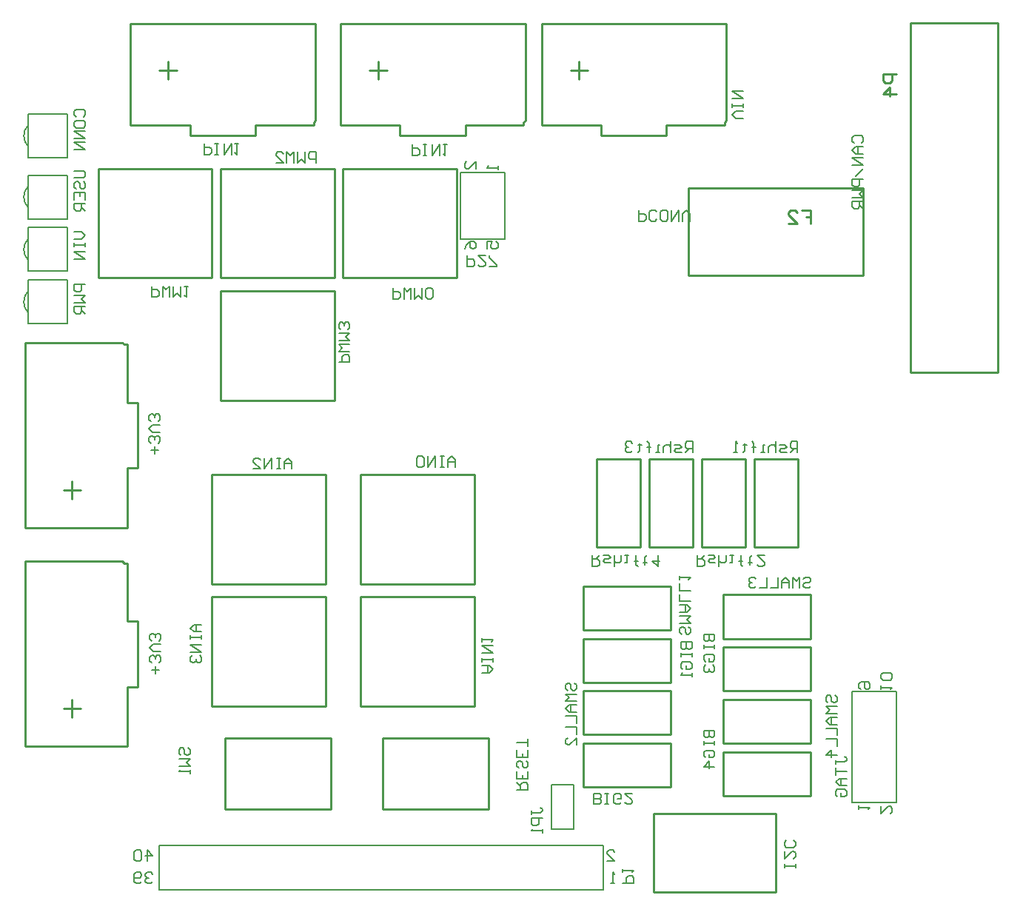
<source format=gbo>
G04 Layer_Color=32896*
%FSLAX25Y25*%
%MOIN*%
G70*
G01*
G75*
%ADD31C,0.00787*%
%ADD32C,0.01000*%
%ADD61C,0.00800*%
%ADD62C,0.00591*%
%ADD98C,0.00500*%
D31*
X314843Y394291D02*
Y413458D01*
Y394291D02*
Y424291D01*
X294843Y394291D02*
Y424291D01*
X314843D01*
X294843Y394291D02*
X314843D01*
X471378Y190669D02*
X491378D01*
X471378Y140669D02*
X491378D01*
Y190669D01*
X471378Y140669D02*
Y190669D01*
X159331Y101299D02*
Y121299D01*
X359331Y101299D02*
Y121299D01*
X159331D02*
X359331D01*
X159331Y101299D02*
X359331D01*
X345945Y128858D02*
Y148858D01*
X335945Y128858D02*
X345945D01*
X335945D02*
Y148858D01*
X345945D01*
D32*
X497638Y491732D02*
X537008D01*
X497638Y334252D02*
X537008D01*
Y412992D01*
Y491732D01*
X497638Y412992D02*
Y491732D01*
Y334252D02*
Y412992D01*
X331512Y445669D02*
X336221D01*
X344488Y470472D02*
X352362D01*
X348425Y466535D02*
Y474409D01*
X336221Y445669D02*
X358268D01*
Y440945D02*
Y445669D01*
Y440945D02*
X387756D01*
Y445630D01*
X407441D01*
X413346D01*
X387756D02*
X413878D01*
Y446949D01*
X331512Y445630D02*
Y491437D01*
X414697D01*
Y447768D02*
Y491437D01*
X413878Y446949D02*
X414697Y447768D01*
X240961Y445669D02*
X245669D01*
X253937Y470472D02*
X261811D01*
X257874Y466535D02*
Y474409D01*
X245669Y445669D02*
X267717D01*
Y440945D02*
Y445669D01*
Y440945D02*
X297205D01*
Y445630D01*
X316890D01*
X322795D01*
X297205D02*
X323327D01*
Y446949D01*
X240961Y445630D02*
Y491437D01*
X324146D01*
Y447768D02*
Y491437D01*
X323327Y446949D02*
X324146Y447768D01*
X144882Y166157D02*
Y170866D01*
X120079Y179134D02*
Y187008D01*
X116142Y183071D02*
X124016D01*
X144882Y170866D02*
Y192913D01*
X149606D01*
Y222402D01*
X144921D02*
X149606D01*
X144921D02*
Y242087D01*
Y247992D01*
Y222402D02*
Y248524D01*
X143602D02*
X144921D01*
X99114Y166157D02*
X144921D01*
X99114D02*
Y249342D01*
X142783D01*
X143602Y248524D01*
X146472Y445669D02*
X151181D01*
X159449Y470472D02*
X167323D01*
X163386Y466535D02*
Y474409D01*
X151181Y445669D02*
X173228D01*
Y440945D02*
Y445669D01*
Y440945D02*
X202716D01*
Y445630D01*
X222402D01*
X228307D01*
X202716D02*
X228839D01*
Y446949D01*
X146472Y445630D02*
Y491437D01*
X229658D01*
Y447768D02*
Y491437D01*
X228839Y446949D02*
X229658Y447768D01*
X144882Y264583D02*
Y269291D01*
X120079Y277559D02*
Y285433D01*
X116142Y281496D02*
X124016D01*
X144882Y269291D02*
Y291339D01*
X149606D01*
Y320827D01*
X144921D02*
X149606D01*
X144921D02*
Y340512D01*
Y346417D01*
Y320827D02*
Y346949D01*
X143602D02*
X144921D01*
X99114Y264583D02*
X144921D01*
X99114D02*
Y347768D01*
X142783D01*
X143602Y346949D01*
X375984Y275590D02*
Y295276D01*
Y255906D02*
Y275590D01*
X356299Y255906D02*
Y275590D01*
Y295276D01*
Y255906D02*
X375984D01*
X356299Y295276D02*
X375984D01*
X379921D02*
X399606D01*
X379921Y255906D02*
X399606D01*
X379921Y275590D02*
Y295276D01*
Y255906D02*
Y275590D01*
X399606Y255906D02*
Y275590D01*
Y295276D01*
X423228Y275590D02*
Y295276D01*
Y255906D02*
Y275590D01*
X403543Y255906D02*
Y275590D01*
Y295276D01*
Y255906D02*
X423228D01*
X403543Y295276D02*
X423228D01*
X427165D02*
X446850D01*
X427165Y255906D02*
X446850D01*
X427165Y275590D02*
Y295276D01*
Y255906D02*
Y275590D01*
X446850Y255906D02*
Y275590D01*
Y295276D01*
X413386Y163386D02*
X433071D01*
X452756D01*
X433071Y143701D02*
X452756D01*
X413386D02*
X433071D01*
X452756D02*
Y163386D01*
X413386Y143701D02*
Y163386D01*
Y167323D02*
Y187008D01*
X452756Y167323D02*
Y187008D01*
X413386Y167323D02*
X433071D01*
X452756D01*
X433071Y187008D02*
X452756D01*
X413386D02*
X433071D01*
X413386Y210630D02*
X433071D01*
X452756D01*
X433071Y190945D02*
X452756D01*
X413386D02*
X433071D01*
X452756D02*
Y210630D01*
X413386Y190945D02*
Y210630D01*
Y214567D02*
Y234252D01*
X452756Y214567D02*
Y234252D01*
X413386Y214567D02*
X433071D01*
X452756D01*
X433071Y234252D02*
X452756D01*
X413386D02*
X433071D01*
X350394Y167323D02*
X370079D01*
X389764D01*
X370079Y147638D02*
X389764D01*
X350394D02*
X370079D01*
X389764D02*
Y167323D01*
X350394Y147638D02*
Y167323D01*
Y171260D02*
Y190945D01*
X389764Y171260D02*
Y190945D01*
X350394Y171260D02*
X370079D01*
X389764D01*
X370079Y190945D02*
X389764D01*
X350394D02*
X370079D01*
X350394Y214567D02*
X370079D01*
X389764D01*
X370079Y194882D02*
X389764D01*
X350394D02*
X370079D01*
X389764D02*
Y214567D01*
X350394Y194882D02*
Y214567D01*
Y218504D02*
Y238189D01*
X389764Y218504D02*
Y238189D01*
X350394Y218504D02*
X370079D01*
X389764D01*
X370079Y238189D02*
X389764D01*
X350394D02*
X370079D01*
X187008Y371063D02*
X238189D01*
Y321850D02*
Y371063D01*
X187008Y321850D02*
X238189D01*
X187008D02*
Y371063D01*
X187008Y376969D02*
Y426181D01*
Y376969D02*
X238189D01*
Y426181D01*
X187008D02*
X238189D01*
X131890D02*
X183071D01*
Y376969D02*
Y426181D01*
X131890Y376969D02*
X183071D01*
X131890D02*
Y426181D01*
X242126Y376969D02*
Y426181D01*
Y376969D02*
X293307D01*
Y426181D01*
X242126D02*
X293307D01*
X183071Y233268D02*
X234252D01*
Y184055D02*
Y233268D01*
X183071Y184055D02*
X234252D01*
X183071D02*
Y233268D01*
Y239173D02*
Y288386D01*
Y239173D02*
X234252D01*
Y288386D01*
X183071D02*
X234252D01*
X250000Y233268D02*
X301181D01*
Y184055D02*
Y233268D01*
X250000Y184055D02*
X301181D01*
X250000D02*
Y233268D01*
Y239173D02*
Y288386D01*
Y239173D02*
X301181D01*
Y288386D01*
X250000D02*
X301181D01*
X381890Y135827D02*
X437008D01*
X381890Y100394D02*
Y135827D01*
Y100394D02*
X437008D01*
Y135827D01*
X259842Y137795D02*
X307480D01*
X259842D02*
Y169685D01*
X307480D01*
Y137795D02*
Y169685D01*
X236614Y137795D02*
Y169685D01*
X188976D02*
X236614D01*
X188976Y137795D02*
Y169685D01*
Y137795D02*
X236614D01*
X476378Y377953D02*
Y417323D01*
X397638D02*
X476378D01*
X397638Y377953D02*
X476378D01*
X397638D02*
Y417323D01*
X448757Y407573D02*
X452756D01*
Y404574D01*
X450757D01*
X452756D01*
Y401575D01*
X442759D02*
X446758D01*
X442759Y405574D01*
Y406573D01*
X443759Y407573D01*
X445758D01*
X446758Y406573D01*
X491437Y468898D02*
X485439D01*
Y465899D01*
X486439Y464899D01*
X488438D01*
X489438Y465899D01*
Y468898D01*
X491437Y459901D02*
X485439D01*
X488438Y462900D01*
Y458901D01*
D61*
X311842Y427291D02*
Y425625D01*
Y426458D01*
X306844D01*
X307677Y427291D01*
X301842Y425959D02*
Y429291D01*
X298510Y425959D01*
X297677D01*
X296844Y426792D01*
Y428458D01*
X297677Y429291D01*
X306844Y389959D02*
Y393291D01*
X309343D01*
X308510Y391625D01*
Y390792D01*
X309343Y389959D01*
X311010D01*
X311842Y390792D01*
Y392458D01*
X311010Y393291D01*
X296844Y389959D02*
X297677Y391625D01*
X299343Y393291D01*
X301009D01*
X301842Y392458D01*
Y390792D01*
X301009Y389959D01*
X300176D01*
X299343Y390792D01*
Y393291D01*
X484378Y139002D02*
Y135669D01*
X487710Y139002D01*
X488543D01*
X489376Y138169D01*
Y136502D01*
X488543Y135669D01*
X474378Y137669D02*
Y139335D01*
Y138502D01*
X479376D01*
X478543Y137669D01*
X475211Y191669D02*
X474378Y192502D01*
Y194168D01*
X475211Y195001D01*
X478543D01*
X479376Y194168D01*
Y192502D01*
X478543Y191669D01*
X477710D01*
X476877Y192502D01*
Y195001D01*
X484378Y191669D02*
Y193335D01*
Y192502D01*
X489376D01*
X488543Y191669D01*
Y195835D02*
X489376Y196668D01*
Y198334D01*
X488543Y199167D01*
X485211D01*
X484378Y198334D01*
Y196668D01*
X485211Y195835D01*
X488543D01*
X156331Y108465D02*
X155498Y109298D01*
X153832D01*
X152998Y108465D01*
Y107632D01*
X153832Y106798D01*
X154665D01*
X153832D01*
X152998Y105965D01*
Y105132D01*
X153832Y104299D01*
X155498D01*
X156331Y105132D01*
X151332D02*
X150499Y104299D01*
X148833D01*
X148000Y105132D01*
Y108465D01*
X148833Y109298D01*
X150499D01*
X151332Y108465D01*
Y107632D01*
X150499Y106798D01*
X148000D01*
X153832Y114299D02*
Y119298D01*
X156331Y116798D01*
X152998D01*
X151332Y118465D02*
X150499Y119298D01*
X148833D01*
X148000Y118465D01*
Y115132D01*
X148833Y114299D01*
X150499D01*
X151332Y115132D01*
Y118465D01*
X360999Y114299D02*
X364331D01*
X360999Y117631D01*
Y118465D01*
X361831Y119298D01*
X363498D01*
X364331Y118465D01*
Y104299D02*
X362665D01*
X363498D01*
Y109298D01*
X364331Y108465D01*
D62*
X368110Y104331D02*
X373030D01*
Y106790D01*
X372210Y107610D01*
X370570D01*
X369750Y106790D01*
Y104331D01*
X368110Y109250D02*
Y110890D01*
Y110070D01*
X373030D01*
X372210Y109250D01*
X121885Y449476D02*
X121065Y450296D01*
Y451936D01*
X121885Y452756D01*
X125164D01*
X125984Y451936D01*
Y450296D01*
X125164Y449476D01*
X121065Y445376D02*
Y447016D01*
X121885Y447836D01*
X125164D01*
X125984Y447016D01*
Y445376D01*
X125164Y444557D01*
X121885D01*
X121065Y445376D01*
X125984Y442917D02*
X121065D01*
X125984Y439637D01*
X121065D01*
X125984Y437997D02*
X121065D01*
X125984Y434717D01*
X121065D01*
X326970Y135303D02*
Y136943D01*
Y136123D01*
X331070D01*
X331890Y136943D01*
Y137763D01*
X331070Y138583D01*
X331890Y133663D02*
X326970D01*
Y131203D01*
X327790Y130383D01*
X329430D01*
X330250Y131203D01*
Y133663D01*
X331890Y128743D02*
Y127103D01*
Y127923D01*
X326970D01*
X327790Y128743D01*
X298031Y387008D02*
Y382088D01*
X300491D01*
X301311Y382908D01*
Y384548D01*
X300491Y385368D01*
X298031D01*
X306231Y387008D02*
X302951D01*
X306231Y383728D01*
Y382908D01*
X305411Y382088D01*
X303771D01*
X302951Y382908D01*
X307871Y382088D02*
X311151D01*
Y382908D01*
X307871Y386188D01*
Y387008D01*
X125984Y374016D02*
X121065D01*
Y371556D01*
X121885Y370736D01*
X123524D01*
X124344Y371556D01*
Y374016D01*
X121065Y369096D02*
X125984D01*
X124344Y367456D01*
X125984Y365816D01*
X121065D01*
X125984Y364176D02*
X121065D01*
Y361717D01*
X121885Y360897D01*
X123524D01*
X124344Y361717D01*
Y364176D01*
Y362537D02*
X125984Y360897D01*
X397800Y219815D02*
X398621Y218995D01*
Y217355D01*
X397800Y216535D01*
X396981D01*
X396161Y217355D01*
Y218995D01*
X395341Y219815D01*
X394521D01*
X393701Y218995D01*
Y217355D01*
X394521Y216535D01*
X393701Y221455D02*
X398621D01*
X396981Y223095D01*
X398621Y224735D01*
X393701D01*
Y226375D02*
X396981D01*
X398621Y228015D01*
X396981Y229655D01*
X393701D01*
X396161D01*
Y226375D01*
X398621Y231294D02*
X393701D01*
Y234574D01*
X398621Y236214D02*
X393701D01*
Y239494D01*
Y241134D02*
Y242774D01*
Y241954D01*
X398621D01*
X397800Y241134D01*
X394293Y212992D02*
X399213D01*
Y210532D01*
X398393Y209712D01*
X397573D01*
X396753Y210532D01*
Y212992D01*
Y210532D01*
X395933Y209712D01*
X395113D01*
X394293Y210532D01*
Y212992D01*
Y208072D02*
Y206433D01*
Y207253D01*
X399213D01*
Y208072D01*
Y206433D01*
X395113Y200693D02*
X394293Y201513D01*
Y203153D01*
X395113Y203973D01*
X398393D01*
X399213Y203153D01*
Y201513D01*
X398393Y200693D01*
X396753D01*
Y202333D01*
X399213Y199053D02*
Y197413D01*
Y198233D01*
X394293D01*
X395113Y199053D01*
X343144Y191208D02*
X342324Y192028D01*
Y193668D01*
X343144Y194488D01*
X343964D01*
X344784Y193668D01*
Y192028D01*
X345604Y191208D01*
X346424D01*
X347244Y192028D01*
Y193668D01*
X346424Y194488D01*
X347244Y189568D02*
X342324D01*
X343964Y187929D01*
X342324Y186289D01*
X347244D01*
Y184649D02*
X343964D01*
X342324Y183009D01*
X343964Y181369D01*
X347244D01*
X344784D01*
Y184649D01*
X342324Y179729D02*
X347244D01*
Y176449D01*
X342324Y174810D02*
X347244D01*
Y171530D01*
Y166610D02*
Y169890D01*
X343964Y166610D01*
X343144D01*
X342324Y167430D01*
Y169070D01*
X343144Y169890D01*
X355118Y139962D02*
Y144882D01*
X357578D01*
X358398Y144062D01*
Y143242D01*
X357578Y142422D01*
X355118D01*
X357578D01*
X358398Y141602D01*
Y140782D01*
X357578Y139962D01*
X355118D01*
X360038D02*
X361678D01*
X360858D01*
Y144882D01*
X360038D01*
X361678D01*
X367417Y140782D02*
X366597Y139962D01*
X364957D01*
X364138Y140782D01*
Y144062D01*
X364957Y144882D01*
X366597D01*
X367417Y144062D01*
Y142422D01*
X365777D01*
X372337Y144882D02*
X369057D01*
X372337Y141602D01*
Y140782D01*
X371517Y139962D01*
X369877D01*
X369057Y140782D01*
X449420Y241400D02*
X450240Y242220D01*
X451880D01*
X452700Y241400D01*
Y240580D01*
X451880Y239760D01*
X450240D01*
X449420Y238940D01*
Y238120D01*
X450240Y237300D01*
X451880D01*
X452700Y238120D01*
X447780Y237300D02*
Y242220D01*
X446140Y240580D01*
X444501Y242220D01*
Y237300D01*
X442861D02*
Y240580D01*
X441221Y242220D01*
X439581Y240580D01*
Y237300D01*
Y239760D01*
X442861D01*
X437941Y242220D02*
Y237300D01*
X434661D01*
X433021Y242220D02*
Y237300D01*
X429741D01*
X428102Y241400D02*
X427282Y242220D01*
X425642D01*
X424822Y241400D01*
Y240580D01*
X425642Y239760D01*
X426462D01*
X425642D01*
X424822Y238940D01*
Y238120D01*
X425642Y237300D01*
X427282D01*
X428102Y238120D01*
X404529Y216535D02*
X409449D01*
Y214076D01*
X408629Y213256D01*
X407809D01*
X406989Y214076D01*
Y216535D01*
Y214076D01*
X406169Y213256D01*
X405349D01*
X404529Y214076D01*
Y216535D01*
Y211616D02*
Y209976D01*
Y210796D01*
X409449D01*
Y211616D01*
Y209976D01*
X405349Y204236D02*
X404529Y205056D01*
Y206696D01*
X405349Y207516D01*
X408629D01*
X409449Y206696D01*
Y205056D01*
X408629Y204236D01*
X406989D01*
Y205876D01*
X405349Y202596D02*
X404529Y201776D01*
Y200136D01*
X405349Y199317D01*
X406169D01*
X406989Y200136D01*
Y200957D01*
Y200136D01*
X407809Y199317D01*
X408629D01*
X409449Y200136D01*
Y201776D01*
X408629Y202596D01*
X460467Y185697D02*
X459647Y186516D01*
Y188156D01*
X460467Y188976D01*
X461287D01*
X462107Y188156D01*
Y186516D01*
X462927Y185697D01*
X463747D01*
X464567Y186516D01*
Y188156D01*
X463747Y188976D01*
X464567Y184057D02*
X459647D01*
X461287Y182417D01*
X459647Y180777D01*
X464567D01*
Y179137D02*
X461287D01*
X459647Y177497D01*
X461287Y175857D01*
X464567D01*
X462107D01*
Y179137D01*
X459647Y174217D02*
X464567D01*
Y170938D01*
X459647Y169298D02*
X464567D01*
Y166018D01*
Y161918D02*
X459647D01*
X462107Y164378D01*
Y161098D01*
X404529Y173228D02*
X409449D01*
Y170768D01*
X408629Y169949D01*
X407809D01*
X406989Y170768D01*
Y173228D01*
Y170768D01*
X406169Y169949D01*
X405349D01*
X404529Y170768D01*
Y173228D01*
Y168309D02*
Y166669D01*
Y167489D01*
X409449D01*
Y168309D01*
Y166669D01*
X405349Y160929D02*
X404529Y161749D01*
Y163389D01*
X405349Y164209D01*
X408629D01*
X409449Y163389D01*
Y161749D01*
X408629Y160929D01*
X406989D01*
Y162569D01*
X409449Y156830D02*
X404529D01*
X406989Y159289D01*
Y156009D01*
X446800Y298400D02*
Y303320D01*
X444340D01*
X443520Y302500D01*
Y300860D01*
X444340Y300040D01*
X446800D01*
X445160D02*
X443520Y298400D01*
X441880D02*
X439421D01*
X438601Y299220D01*
X439421Y300040D01*
X441060D01*
X441880Y300860D01*
X441060Y301680D01*
X438601D01*
X436961Y303320D02*
Y298400D01*
Y300860D01*
X436141Y301680D01*
X434501D01*
X433681Y300860D01*
Y298400D01*
X432041D02*
X430401D01*
X431221D01*
Y301680D01*
X432041D01*
X427121Y298400D02*
Y302500D01*
Y300860D01*
X427941D01*
X426301D01*
X427121D01*
Y302500D01*
X426301Y303320D01*
X423022Y302500D02*
Y301680D01*
X423842D01*
X422202D01*
X423022D01*
Y299220D01*
X422202Y298400D01*
X419742D02*
X418102D01*
X418922D01*
Y303320D01*
X419742Y302500D01*
X401575Y251969D02*
Y247049D01*
X404035D01*
X404855Y247869D01*
Y249509D01*
X404035Y250329D01*
X401575D01*
X403215D02*
X404855Y251969D01*
X406495D02*
X408954D01*
X409774Y251149D01*
X408954Y250329D01*
X407314D01*
X406495Y249509D01*
X407314Y248689D01*
X409774D01*
X411414Y247049D02*
Y251969D01*
Y249509D01*
X412234Y248689D01*
X413874D01*
X414694Y249509D01*
Y251969D01*
X416334D02*
X417974D01*
X417154D01*
Y248689D01*
X416334D01*
X421253Y251969D02*
Y247869D01*
Y249509D01*
X420434D01*
X422073D01*
X421253D01*
Y247869D01*
X422073Y247049D01*
X425353Y247869D02*
Y248689D01*
X424533D01*
X426173D01*
X425353D01*
Y251149D01*
X426173Y251969D01*
X431913D02*
X428633D01*
X431913Y248689D01*
Y247869D01*
X431093Y247049D01*
X429453D01*
X428633Y247869D01*
X399500Y298400D02*
Y303320D01*
X397040D01*
X396220Y302500D01*
Y300860D01*
X397040Y300040D01*
X399500D01*
X397860D02*
X396220Y298400D01*
X394580D02*
X392121D01*
X391301Y299220D01*
X392121Y300040D01*
X393760D01*
X394580Y300860D01*
X393760Y301680D01*
X391301D01*
X389661Y303320D02*
Y298400D01*
Y300860D01*
X388841Y301680D01*
X387201D01*
X386381Y300860D01*
Y298400D01*
X384741D02*
X383101D01*
X383921D01*
Y301680D01*
X384741D01*
X379821Y298400D02*
Y302500D01*
Y300860D01*
X380641D01*
X379001D01*
X379821D01*
Y302500D01*
X379001Y303320D01*
X375722Y302500D02*
Y301680D01*
X376542D01*
X374902D01*
X375722D01*
Y299220D01*
X374902Y298400D01*
X372442Y302500D02*
X371622Y303320D01*
X369982D01*
X369162Y302500D01*
Y301680D01*
X369982Y300860D01*
X370802D01*
X369982D01*
X369162Y300040D01*
Y299220D01*
X369982Y298400D01*
X371622D01*
X372442Y299220D01*
X354331Y251969D02*
Y247049D01*
X356790D01*
X357611Y247869D01*
Y249509D01*
X356790Y250329D01*
X354331D01*
X355971D02*
X357611Y251969D01*
X359250D02*
X361710D01*
X362530Y251149D01*
X361710Y250329D01*
X360070D01*
X359250Y249509D01*
X360070Y248689D01*
X362530D01*
X364170Y247049D02*
Y251969D01*
Y249509D01*
X364990Y248689D01*
X366630D01*
X367450Y249509D01*
Y251969D01*
X369090D02*
X370730D01*
X369910D01*
Y248689D01*
X369090D01*
X374009Y251969D02*
Y247869D01*
Y249509D01*
X373189D01*
X374829D01*
X374009D01*
Y247869D01*
X374829Y247049D01*
X378109Y247869D02*
Y248689D01*
X377289D01*
X378929D01*
X378109D01*
Y251149D01*
X378929Y251969D01*
X383849D02*
Y247049D01*
X381389Y249509D01*
X384669D01*
X169129Y162074D02*
X168309Y162894D01*
Y164534D01*
X169129Y165354D01*
X169949D01*
X170768Y164534D01*
Y162894D01*
X171589Y162074D01*
X172408D01*
X173228Y162894D01*
Y164534D01*
X172408Y165354D01*
X168309Y160435D02*
X173228D01*
X171589Y158795D01*
X173228Y157155D01*
X168309D01*
X173228Y155515D02*
Y153875D01*
Y154695D01*
X168309D01*
X169129Y155515D01*
X121065Y425197D02*
X125164D01*
X125984Y424377D01*
Y422737D01*
X125164Y421917D01*
X121065D01*
X121885Y416997D02*
X121065Y417817D01*
Y419457D01*
X121885Y420277D01*
X122705D01*
X123524Y419457D01*
Y417817D01*
X124344Y416997D01*
X125164D01*
X125984Y417817D01*
Y419457D01*
X125164Y420277D01*
X121065Y412078D02*
Y415357D01*
X125984D01*
Y412078D01*
X123524Y415357D02*
Y413718D01*
X125984Y410438D02*
X121065D01*
Y407978D01*
X121885Y407158D01*
X123524D01*
X124344Y407978D01*
Y410438D01*
Y408798D02*
X125984Y407158D01*
X121065Y397638D02*
X124344D01*
X125984Y395998D01*
X124344Y394358D01*
X121065D01*
Y392718D02*
Y391078D01*
Y391898D01*
X125984D01*
Y392718D01*
Y391078D01*
Y388618D02*
X121065D01*
X125984Y385339D01*
X121065D01*
X463978Y158138D02*
Y159777D01*
Y158958D01*
X468078D01*
X468898Y159777D01*
Y160597D01*
X468078Y161417D01*
X463978Y156498D02*
Y153218D01*
Y154858D01*
X468898D01*
Y151578D02*
X465618D01*
X463978Y149938D01*
X465618Y148298D01*
X468898D01*
X466438D01*
Y151578D01*
X464798Y143378D02*
X463978Y144199D01*
Y145838D01*
X464798Y146658D01*
X468078D01*
X468898Y145838D01*
Y144199D01*
X468078Y143378D01*
X466438D01*
Y145018D01*
X445864Y111417D02*
Y113057D01*
Y112237D01*
X440945D01*
Y111417D01*
Y113057D01*
Y118797D02*
Y115517D01*
X444225Y118797D01*
X445045D01*
X445864Y117977D01*
Y116337D01*
X445045Y115517D01*
Y123716D02*
X445864Y122897D01*
Y121257D01*
X445045Y120437D01*
X441765D01*
X440945Y121257D01*
Y122897D01*
X441765Y123716D01*
X320472Y146457D02*
X325392D01*
Y148916D01*
X324572Y149736D01*
X322932D01*
X322112Y148916D01*
Y146457D01*
Y148097D02*
X320472Y149736D01*
X325392Y154656D02*
Y151376D01*
X320472D01*
Y154656D01*
X322932Y151376D02*
Y153016D01*
X324572Y159576D02*
X325392Y158756D01*
Y157116D01*
X324572Y156296D01*
X323752D01*
X322932Y157116D01*
Y158756D01*
X322112Y159576D01*
X321292D01*
X320472Y158756D01*
Y157116D01*
X321292Y156296D01*
X325392Y164496D02*
Y161216D01*
X320472D01*
Y164496D01*
X322932Y161216D02*
Y162856D01*
X325392Y166135D02*
Y169415D01*
Y167775D01*
X320472D01*
X178347Y220866D02*
X175067D01*
X173427Y219226D01*
X175067Y217586D01*
X178347D01*
X175887D01*
Y220866D01*
X173427Y215947D02*
Y214307D01*
Y215126D01*
X178347D01*
Y215947D01*
Y214307D01*
Y211847D02*
X173427D01*
X178347Y208567D01*
X173427D01*
X174247Y206927D02*
X173427Y206107D01*
Y204467D01*
X174247Y203647D01*
X175067D01*
X175887Y204467D01*
Y205287D01*
Y204467D01*
X176707Y203647D01*
X177526D01*
X178347Y204467D01*
Y206107D01*
X177526Y206927D01*
X218898Y290945D02*
Y294225D01*
X217258Y295865D01*
X215618Y294225D01*
Y290945D01*
Y293405D01*
X218898D01*
X213978Y295865D02*
X212338D01*
X213158D01*
Y290945D01*
X213978D01*
X212338D01*
X209878D02*
Y295865D01*
X206598Y290945D01*
Y295865D01*
X201679Y290945D02*
X204959D01*
X201679Y294225D01*
Y295045D01*
X202499Y295865D01*
X204139D01*
X204959Y295045D01*
X304724Y199213D02*
X308004D01*
X309644Y200852D01*
X308004Y202492D01*
X304724D01*
X307184D01*
Y199213D01*
X309644Y204132D02*
Y205772D01*
Y204952D01*
X304724D01*
Y204132D01*
Y205772D01*
Y208232D02*
X309644D01*
X304724Y211512D01*
X309644D01*
X304724Y213152D02*
Y214792D01*
Y213972D01*
X309644D01*
X308824Y213152D01*
X292520Y291732D02*
Y295012D01*
X290880Y296652D01*
X289240Y295012D01*
Y291732D01*
Y294192D01*
X292520D01*
X287600Y296652D02*
X285960D01*
X286780D01*
Y291732D01*
X287600D01*
X285960D01*
X283500D02*
Y296652D01*
X280221Y291732D01*
Y296652D01*
X278581Y295832D02*
X277761Y296652D01*
X276121D01*
X275301Y295832D01*
Y292552D01*
X276121Y291732D01*
X277761D01*
X278581Y292552D01*
Y295832D01*
X240158Y338976D02*
X245077D01*
Y341436D01*
X244257Y342256D01*
X242617D01*
X241797Y341436D01*
Y338976D01*
X245077Y343896D02*
X240158D01*
X241797Y345536D01*
X240158Y347176D01*
X245077D01*
X240158Y348816D02*
X245077D01*
X243437Y350456D01*
X245077Y352096D01*
X240158D01*
X244257Y353735D02*
X245077Y354555D01*
Y356195D01*
X244257Y357015D01*
X243437D01*
X242617Y356195D01*
Y355375D01*
Y356195D01*
X241797Y357015D01*
X240977D01*
X240158Y356195D01*
Y354555D01*
X240977Y353735D01*
X229921Y428740D02*
Y433660D01*
X227461D01*
X226642Y432840D01*
Y431200D01*
X227461Y430380D01*
X229921D01*
X225002Y433660D02*
Y428740D01*
X223362Y430380D01*
X221722Y428740D01*
Y433660D01*
X220082Y428740D02*
Y433660D01*
X218442Y432020D01*
X216802Y433660D01*
Y428740D01*
X211882D02*
X215162D01*
X211882Y432020D01*
Y432840D01*
X212702Y433660D01*
X214342D01*
X215162Y432840D01*
X155905Y373228D02*
Y368309D01*
X158365D01*
X159185Y369129D01*
Y370768D01*
X158365Y371588D01*
X155905D01*
X160825Y368309D02*
Y373228D01*
X162465Y371588D01*
X164105Y373228D01*
Y368309D01*
X165745Y373228D02*
Y368309D01*
X167385Y369949D01*
X169025Y368309D01*
Y373228D01*
X170665D02*
X172304D01*
X171484D01*
Y368309D01*
X170665Y369129D01*
X264567Y372441D02*
Y367521D01*
X267027D01*
X267847Y368341D01*
Y369981D01*
X267027Y370801D01*
X264567D01*
X269487Y367521D02*
Y372441D01*
X271127Y370801D01*
X272766Y372441D01*
Y367521D01*
X274406Y372441D02*
Y367521D01*
X276046Y369161D01*
X277686Y367521D01*
Y372441D01*
X279326Y368341D02*
X280146Y367521D01*
X281786D01*
X282606Y368341D01*
Y371621D01*
X281786Y372441D01*
X280146D01*
X279326Y371621D01*
Y368341D01*
X273228Y437008D02*
Y432088D01*
X275688D01*
X276508Y432908D01*
Y434548D01*
X275688Y435368D01*
X273228D01*
X278148Y432088D02*
X279788D01*
X278968D01*
Y437008D01*
X278148D01*
X279788D01*
X282248D02*
Y432088D01*
X285527Y437008D01*
Y432088D01*
X287167Y437008D02*
X288807D01*
X287987D01*
Y432088D01*
X287167Y432908D01*
X179528Y437402D02*
Y432482D01*
X181987D01*
X182807Y433302D01*
Y434942D01*
X181987Y435762D01*
X179528D01*
X184447Y432482D02*
X186087D01*
X185267D01*
Y437402D01*
X184447D01*
X186087D01*
X188547D02*
Y432482D01*
X191827Y437402D01*
Y432482D01*
X193467Y437402D02*
X195106D01*
X194287D01*
Y432482D01*
X193467Y433302D01*
X157184Y297638D02*
Y300918D01*
X158824Y299278D02*
X155544D01*
X158824Y302557D02*
X159644Y303377D01*
Y305017D01*
X158824Y305837D01*
X158004D01*
X157184Y305017D01*
Y304197D01*
Y305017D01*
X156364Y305837D01*
X155544D01*
X154724Y305017D01*
Y303377D01*
X155544Y302557D01*
X159644Y307477D02*
X156364D01*
X154724Y309117D01*
X156364Y310757D01*
X159644D01*
X158824Y312397D02*
X159644Y313217D01*
Y314857D01*
X158824Y315677D01*
X158004D01*
X157184Y314857D01*
Y314037D01*
Y314857D01*
X156364Y315677D01*
X155544D01*
X154724Y314857D01*
Y313217D01*
X155544Y312397D01*
X157578Y198819D02*
Y202099D01*
X159218Y200459D02*
X155938D01*
X159218Y203739D02*
X160038Y204558D01*
Y206198D01*
X159218Y207018D01*
X158398D01*
X157578Y206198D01*
Y205379D01*
Y206198D01*
X156758Y207018D01*
X155938D01*
X155118Y206198D01*
Y204558D01*
X155938Y203739D01*
X160038Y208658D02*
X156758D01*
X155118Y210298D01*
X156758Y211938D01*
X160038D01*
X159218Y213578D02*
X160038Y214398D01*
Y216038D01*
X159218Y216858D01*
X158398D01*
X157578Y216038D01*
Y215218D01*
Y216038D01*
X156758Y216858D01*
X155938D01*
X155118Y216038D01*
Y214398D01*
X155938Y213578D01*
X375197Y407492D02*
Y402572D01*
X377657D01*
X378477Y403392D01*
Y405032D01*
X377657Y405852D01*
X375197D01*
X383396Y403392D02*
X382576Y402572D01*
X380936D01*
X380117Y403392D01*
Y406672D01*
X380936Y407492D01*
X382576D01*
X383396Y406672D01*
X387496Y402572D02*
X385856D01*
X385036Y403392D01*
Y406672D01*
X385856Y407492D01*
X387496D01*
X388316Y406672D01*
Y403392D01*
X387496Y402572D01*
X389956Y407492D02*
Y402572D01*
X393236Y407492D01*
Y402572D01*
X394876D02*
Y405852D01*
X396515Y407492D01*
X398155Y405852D01*
Y402572D01*
X472278Y437665D02*
X471458Y438485D01*
Y440125D01*
X472278Y440945D01*
X475558D01*
X476378Y440125D01*
Y438485D01*
X475558Y437665D01*
X476378Y436025D02*
X473098D01*
X471458Y434385D01*
X473098Y432745D01*
X476378D01*
X473918D01*
Y436025D01*
X476378Y431106D02*
X471458D01*
X476378Y427826D01*
X471458D01*
X476378Y426186D02*
X473098Y422906D01*
X476378Y421266D02*
X471458D01*
Y418806D01*
X472278Y417986D01*
X473918D01*
X474738Y418806D01*
Y421266D01*
X471458Y416347D02*
X476378D01*
X474738Y414707D01*
X476378Y413067D01*
X471458D01*
X476378Y411427D02*
X471458D01*
Y408967D01*
X472278Y408147D01*
X473918D01*
X474738Y408967D01*
Y411427D01*
Y409787D02*
X476378Y408147D01*
X422242Y448819D02*
X418963D01*
X417323Y450459D01*
X418963Y452099D01*
X422242D01*
Y453739D02*
Y455378D01*
Y454559D01*
X417323D01*
Y453739D01*
Y455378D01*
Y457838D02*
X422242D01*
X417323Y461118D01*
X422242D01*
D98*
X100394Y394685D02*
G03*
X100394Y384842I4921J-4921D01*
G01*
Y418307D02*
G03*
X100394Y408465I4921J-4921D01*
G01*
Y371063D02*
G03*
X100394Y361221I4921J-4921D01*
G01*
Y445866D02*
G03*
X100394Y436024I4921J-4921D01*
G01*
X118110Y379921D02*
Y399606D01*
X100394D02*
X118110D01*
X100394Y384842D02*
Y394685D01*
Y379921D02*
X118110D01*
X100394D02*
Y384842D01*
Y394685D02*
Y399606D01*
Y418307D02*
Y423228D01*
Y403543D02*
Y408465D01*
Y403543D02*
X118110D01*
X100394Y408465D02*
Y418307D01*
Y423228D02*
X118110D01*
Y403543D02*
Y423228D01*
Y356299D02*
Y375984D01*
X100394D02*
X118110D01*
X100394Y361221D02*
Y371063D01*
Y356299D02*
X118110D01*
X100394D02*
Y361221D01*
Y371063D02*
Y375984D01*
Y445866D02*
Y450787D01*
Y431102D02*
Y436024D01*
Y431102D02*
X118110D01*
X100394Y436024D02*
Y445866D01*
Y450787D02*
X118110D01*
Y431102D02*
Y450787D01*
M02*

</source>
